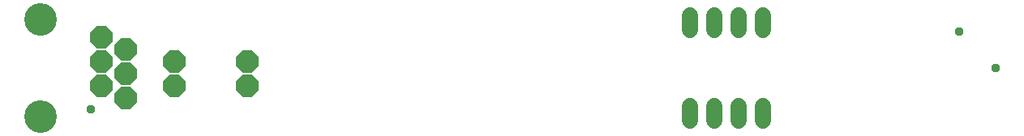
<source format=gbr>
G04 EAGLE Gerber RS-274X export*
G75*
%MOMM*%
%FSLAX34Y34*%
%LPD*%
%INSoldermask Bottom*%
%IPPOS*%
%AMOC8*
5,1,8,0,0,1.08239X$1,22.5*%
G01*
%ADD10C,1.003200*%
%ADD11P,1.649562X8X202.500000*%
%ADD12C,1.611200*%
%ADD13C,3.403200*%
%ADD14R,1.611200X1.611200*%
%ADD15C,1.727200*%
%ADD16P,2.556822X8X22.500000*%
%ADD17C,0.959600*%


D10*
X396875Y311150D03*
X396875Y285750D03*
X473075Y285750D03*
X473075Y311150D03*
X396875Y311150D03*
X473075Y311150D03*
X473075Y285750D03*
X396875Y285750D03*
D11*
X473075Y285750D03*
X396875Y285750D03*
X473075Y311150D03*
X396875Y311150D03*
D12*
X320675Y336550D03*
D13*
X257175Y254000D03*
X257175Y355600D03*
D12*
X320675Y311150D03*
X320675Y285750D03*
X346075Y323850D03*
X346075Y298450D03*
D14*
X346075Y273050D03*
D15*
X935038Y344805D02*
X935038Y360045D01*
X960438Y360045D02*
X960438Y344805D01*
X985838Y344805D02*
X985838Y360045D01*
X1011238Y360045D02*
X1011238Y344805D01*
X935038Y264795D02*
X935038Y249555D01*
X960438Y249555D02*
X960438Y264795D01*
X985838Y264795D02*
X985838Y249555D01*
X1011238Y249555D02*
X1011238Y264795D01*
D16*
X473075Y311150D03*
X473075Y285750D03*
X396875Y285750D03*
X396875Y311150D03*
X320675Y336550D03*
X346075Y323850D03*
X346075Y298450D03*
X320675Y311150D03*
X320675Y285750D03*
X346075Y273050D03*
D17*
X309563Y261938D03*
X1254125Y304800D03*
X1216025Y342900D03*
M02*

</source>
